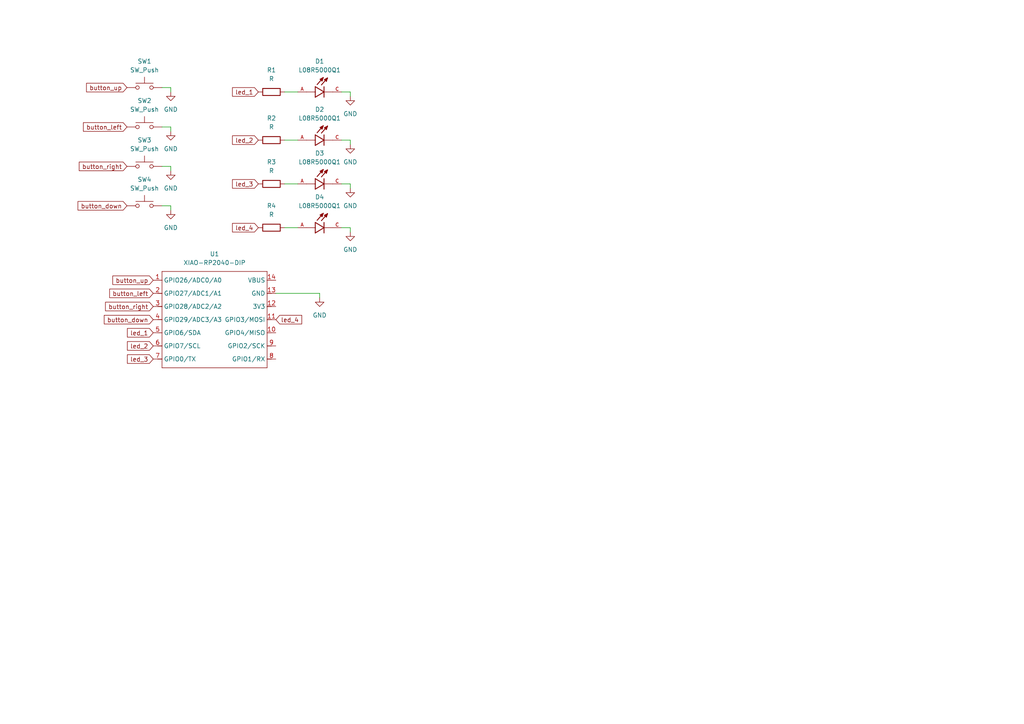
<source format=kicad_sch>
(kicad_sch (version 20250114) (generator "eeschema") (generator_version "9.0")
  (paper "A4")
  (lib_symbols
    (symbol "Device:R" (pin_numbers (hide yes)) (pin_names (offset 0))
      (property "Reference" "R" (at 2.032 0 90))
      (property "Value" "R" (at 0 0 90))
      (symbol "R_0_1"
        (rectangle (start -1.016 -2.54) (end 1.016 2.54) (stroke (width 0.254)))
      )
      (symbol "R_1_1"
        (pin passive line (at 0 3.81 270) (length 1.27) (name "~") (number "1"))
        (pin passive line (at 0 -3.81 90) (length 1.27) (name "~") (number "2"))
      )
    )
    (symbol "L08R5000Q1:L08R5000Q1" (pin_names (offset 1.016))
      (property "Reference" "D" (at -3.0988 4.4958 0))
      (property "Value" "L08R5000Q1" (at -3.556 -3.302 0))
      (symbol "L08R5000Q1_0_0"
        (polyline (pts (xy -2.54 1.524) (xy -2.54 0)) (stroke (width 0.254)))
        (polyline (pts (xy -2.54 0) (xy -5.08 0)) (stroke (width 0.1524)))
        (polyline (pts (xy -2.54 0) (xy -2.54 -1.524)) (stroke (width 0.254)))
        (polyline (pts (xy -2.54 -1.524) (xy 0 0)) (stroke (width 0.254)))
        (polyline (pts (xy -1.1176 3.683) (xy -0.2286 4.1656)) (stroke (width 0.254)))
        (polyline (pts (xy -0.9398 3.6068) (xy -0.7112 3.7592)) (stroke (width 0.254)))
        (polyline (pts (xy -0.5588 3.2004) (xy -1.1176 3.683)) (stroke (width 0.254)))
        (polyline (pts (xy -0.5588 3.2004) (xy -0.5334 3.937)) (stroke (width 0.254)))
        (polyline (pts (xy -0.5334 3.937) (xy -0.6604 3.937)) (stroke (width 0.254)))
        (polyline (pts (xy -0.2286 4.1656) (xy -2.0066 2.1336)) (stroke (width 0.254)))
        (polyline (pts (xy -0.2286 4.1656) (xy -0.5588 3.2004)) (stroke (width 0.254)))
        (polyline (pts (xy 0 1.524) (xy 0 0)) (stroke (width 0.254)))
        (polyline (pts (xy 0 0) (xy -2.54 1.524)) (stroke (width 0.254)))
        (polyline (pts (xy 0 0) (xy 0 -1.524)) (stroke (width 0.254)))
        (polyline (pts (xy 0.127 3.5814) (xy 1.016 4.064)) (stroke (width 0.254)))
        (polyline (pts (xy 0.3048 3.5052) (xy 0.5334 3.6576)) (stroke (width 0.254)))
        (polyline (pts (xy 0.6858 3.0988) (xy 0.127 3.5814)) (stroke (width 0.254)))
        (polyline (pts (xy 0.6858 3.0988) (xy 0.7112 3.8354)) (stroke (width 0.254)))
        (polyline (pts (xy 0.7112 3.8354) (xy 0.5842 3.8354)) (stroke (width 0.254)))
        (polyline (pts (xy 1.016 4.064) (xy -0.762 2.032)) (stroke (width 0.254)))
        (polyline (pts (xy 1.016 4.064) (xy 0.6858 3.0988)) (stroke (width 0.254)))
        (polyline (pts (xy 2.54 0) (xy 0 0)) (stroke (width 0.1524)))
        (pin passive line (at -7.62 0 0) (length 2.54) (name "~") (number "A"))
        (pin passive line (at 5.08 0 180) (length 2.54) (name "~") (number "C"))
      )
    )
    (symbol "Seeed_Studio_XIAO_Series:XIAO-RP2040-DIP"
      (property "Reference" "U" (at 0 0 0))
      (property "Value" "XIAO-RP2040-DIP" (at 5.334 -1.778 0))
      (symbol "XIAO-RP2040-DIP_1_0"
        (polyline (pts (xy -1.27 -2.54) (xy 29.21 -2.54)) (stroke (width 0.1524)))
        (polyline (pts (xy -1.27 -5.08) (xy -2.54 -5.08)) (stroke (width 0.1524)))
        (polyline (pts (xy -1.27 -5.08) (xy -1.27 -2.54)) (stroke (width 0.1524)))
        (polyline (pts (xy -1.27 -8.89) (xy -2.54 -8.89)) (stroke (width 0.1524)))
        (polyline (pts (xy -1.27 -8.89) (xy -1.27 -5.08)) (stroke (width 0.1524)))
        (polyline (pts (xy -1.27 -12.7) (xy -2.54 -12.7)) (stroke (width 0.1524)))
        (polyline (pts (xy -1.27 -12.7) (xy -1.27 -8.89)) (stroke (width 0.1524)))
        (polyline (pts (xy -1.27 -16.51) (xy -2.54 -16.51)) (stroke (width 0.1524)))
        (polyline (pts (xy -1.27 -16.51) (xy -1.27 -12.7)) (stroke (width 0.1524)))
        (polyline (pts (xy -1.27 -20.32) (xy -2.54 -20.32)) (stroke (width 0.1524)))
        (polyline (pts (xy -1.27 -24.13) (xy -2.54 -24.13)) (stroke (width 0.1524)))
        (polyline (pts (xy -1.27 -27.94) (xy -2.54 -27.94)) (stroke (width 0.1524)))
        (polyline (pts (xy -1.27 -30.48) (xy -1.27 -16.51)) (stroke (width 0.1524)))
        (polyline (pts (xy 29.21 -2.54) (xy 29.21 -5.08)) (stroke (width 0.1524)))
        (polyline (pts (xy 29.21 -5.08) (xy 29.21 -8.89)) (stroke (width 0.1524)))
        (polyline (pts (xy 29.21 -8.89) (xy 29.21 -12.7)) (stroke (width 0.1524)))
        (polyline (pts (xy 29.21 -12.7) (xy 29.21 -30.48)) (stroke (width 0.1524)))
        (polyline (pts (xy 29.21 -30.48) (xy -1.27 -30.48)) (stroke (width 0.1524)))
        (polyline (pts (xy 30.48 -5.08) (xy 29.21 -5.08)) (stroke (width 0.1524)))
        (polyline (pts (xy 30.48 -8.89) (xy 29.21 -8.89)) (stroke (width 0.1524)))
        (polyline (pts (xy 30.48 -12.7) (xy 29.21 -12.7)) (stroke (width 0.1524)))
        (polyline (pts (xy 30.48 -16.51) (xy 29.21 -16.51)) (stroke (width 0.1524)))
        (polyline (pts (xy 30.48 -20.32) (xy 29.21 -20.32)) (stroke (width 0.1524)))
        (polyline (pts (xy 30.48 -24.13) (xy 29.21 -24.13)) (stroke (width 0.1524)))
        (polyline (pts (xy 30.48 -27.94) (xy 29.21 -27.94)) (stroke (width 0.1524)))
        (pin passive line (at -3.81 -5.08 0) (length 2.54) (name "GPIO26/ADC0/A0") (number "1"))
        (pin passive line (at -3.81 -8.89 0) (length 2.54) (name "GPIO27/ADC1/A1") (number "2"))
        (pin passive line (at -3.81 -12.7 0) (length 2.54) (name "GPIO28/ADC2/A2") (number "3"))
        (pin passive line (at -3.81 -16.51 0) (length 2.54) (name "GPIO29/ADC3/A3") (number "4"))
        (pin passive line (at -3.81 -20.32 0) (length 2.54) (name "GPIO6/SDA") (number "5"))
        (pin passive line (at -3.81 -24.13 0) (length 2.54) (name "GPIO7/SCL") (number "6"))
        (pin passive line (at -3.81 -27.94 0) (length 2.54) (name "GPIO0/TX") (number "7"))
        (pin passive line (at 31.75 -5.08 180) (length 2.54) (name "VBUS") (number "14"))
        (pin passive line (at 31.75 -8.89 180) (length 2.54) (name "GND") (number "13"))
        (pin passive line (at 31.75 -12.7 180) (length 2.54) (name "3V3") (number "12"))
        (pin passive line (at 31.75 -16.51 180) (length 2.54) (name "GPIO3/MOSI") (number "11"))
        (pin passive line (at 31.75 -20.32 180) (length 2.54) (name "GPIO4/MISO") (number "10"))
        (pin passive line (at 31.75 -24.13 180) (length 2.54) (name "GPIO2/SCK") (number "9"))
        (pin passive line (at 31.75 -27.94 180) (length 2.54) (name "GPIO1/RX") (number "8"))
      )
    )
    (symbol "Switch:SW_Push" (pin_numbers (hide yes)) (pin_names (offset 1.016) (hide yes))
      (property "Reference" "SW" (at 1.27 2.54 0))
      (property "Value" "SW_Push" (at 0 -1.524 0))
      (symbol "SW_Push_0_1"
        (circle (center -2.032 0) (radius 0.508))
        (polyline (pts (xy 0 1.27) (xy 0 3.048)))
        (circle (center 2.032 0) (radius 0.508))
        (polyline (pts (xy 2.54 1.27) (xy -2.54 1.27)))
        (pin passive line (at -5.08 0 0) (length 2.54) (name "1") (number "1"))
        (pin passive line (at 5.08 0 180) (length 2.54) (name "2") (number "2"))
      )
    )
    (symbol "power:GND" (power) (pin_numbers (hide yes)) (pin_names (offset 0) (hide yes))
      (property "Value" "GND" (at 0 -3.81 0))
      (symbol "GND_0_1"
        (polyline (pts (xy 0 0) (xy 0 -1.27) (xy 1.27 -1.27) (xy 0 -2.54) (xy -1.27 -1.27) (xy 0 -1.27)))
      )
      (symbol "GND_1_1"
        (pin power_in line (at 0 0 270) (length 0) (name "~") (number "1"))
      )
    )
  )
  (wire (pts (xy 92.71 85.09) (xy 92.71 86.36)))
  (wire (pts (xy 82.55 26.67) (xy 86.36 26.67)))
  (wire (pts (xy 80.01 85.09) (xy 92.71 85.09)))
  (wire (pts (xy 49.53 25.4) (xy 46.99 25.4)))
  (wire (pts (xy 82.55 40.64) (xy 86.36 40.64)))
  (wire (pts (xy 49.53 38.1) (xy 49.53 36.83)))
  (wire (pts (xy 82.55 53.34) (xy 86.36 53.34)))
  (wire (pts (xy 49.53 59.69) (xy 49.53 60.96)))
  (wire (pts (xy 101.6 53.34) (xy 101.6 54.61)))
  (wire (pts (xy 101.6 66.04) (xy 101.6 67.31)))
  (wire (pts (xy 82.55 66.04) (xy 86.36 66.04)))
  (wire (pts (xy 46.99 59.69) (xy 49.53 59.69)))
  (wire (pts (xy 101.6 40.64) (xy 101.6 41.91)))
  (wire (pts (xy 101.6 26.67) (xy 99.06 26.67)))
  (wire (pts (xy 49.53 26.67) (xy 49.53 25.4)))
  (wire (pts (xy 46.99 48.26) (xy 49.53 48.26)))
  (wire (pts (xy 99.06 53.34) (xy 101.6 53.34)))
  (wire (pts (xy 49.53 48.26) (xy 49.53 49.53)))
  (wire (pts (xy 101.6 27.94) (xy 101.6 26.67)))
  (wire (pts (xy 99.06 40.64) (xy 101.6 40.64)))
  (wire (pts (xy 99.06 66.04) (xy 101.6 66.04)))
  (wire (pts (xy 49.53 36.83) (xy 46.99 36.83)))
  (global_label "led_1" (shape input) (at 74.93 26.67 180) (property "Intersheetrefs" "${INTERSHEET_REFS}" (effects (hide yes))))
  (global_label "button_down" (shape input) (at 36.83 59.69 180) (property "Intersheetrefs" "${INTERSHEET_REFS}" (effects (hide yes))))
  (global_label "led_4" (shape input) (at 74.93 66.04 180) (property "Intersheetrefs" "${INTERSHEET_REFS}" (effects (hide yes))))
  (global_label "button_right" (shape input) (at 44.45 88.9 180) (property "Intersheetrefs" "${INTERSHEET_REFS}" (effects (hide yes))))
  (global_label "button_down" (shape input) (at 44.45 92.71 180) (property "Intersheetrefs" "${INTERSHEET_REFS}" (effects (hide yes))))
  (global_label "led_3" (shape input) (at 44.45 104.14 180) (property "Intersheetrefs" "${INTERSHEET_REFS}" (effects (hide yes))))
  (global_label "led_2" (shape input) (at 74.93 40.64 180) (property "Intersheetrefs" "${INTERSHEET_REFS}" (effects (hide yes))))
  (global_label "led_4" (shape input) (at 80.01 92.71 0) (property "Intersheetrefs" "${INTERSHEET_REFS}" (effects (hide yes))))
  (global_label "led_3" (shape input) (at 74.93 53.34 180) (property "Intersheetrefs" "${INTERSHEET_REFS}" (effects (hide yes))))
  (global_label "button_up" (shape input) (at 44.45 81.28 180) (property "Intersheetrefs" "${INTERSHEET_REFS}" (effects (hide yes))))
  (global_label "button_up" (shape input) (at 36.83 25.4 180) (property "Intersheetrefs" "${INTERSHEET_REFS}" (effects (hide yes))))
  (global_label "led_1" (shape input) (at 44.45 96.52 180) (property "Intersheetrefs" "${INTERSHEET_REFS}" (effects (hide yes))))
  (global_label "button_left" (shape input) (at 44.45 85.09 180) (property "Intersheetrefs" "${INTERSHEET_REFS}" (effects (hide yes))))
  (global_label "led_2" (shape input) (at 44.45 100.33 180) (property "Intersheetrefs" "${INTERSHEET_REFS}" (effects (hide yes))))
  (global_label "button_left" (shape input) (at 36.83 36.83 180) (property "Intersheetrefs" "${INTERSHEET_REFS}" (effects (hide yes))))
  (global_label "button_right" (shape input) (at 36.83 48.26 180) (property "Intersheetrefs" "${INTERSHEET_REFS}" (effects (hide yes))))
  (symbol (lib_id "power:GND") (at 49.53 38.1 0) (unit 1)
    (property "Reference" "#PWR02" (effects (hide yes)))
    (property "Value" "GND" (at 49.53 43.18 0))
    (property "Description" "Power symbol creates a global label with name \"GND\" , ground" (effects (hide yes)))
  )
  (symbol (lib_id "L08R5000Q1:L08R5000Q1") (at 93.98 53.34 0) (unit 1)
    (property "Reference" "D3" (at 92.71 44.45 0))
    (property "Value" "L08R5000Q1" (at 92.71 46.99 0))
    (property "Footprint" "L08R5000Q1:LEDRD254W57D500H1070" (effects (hide yes)))
    (property "MF" "LED Technology" (effects (hide yes)))
    (property "MAXIMUM_PACKAGE_HEIGHT" "10.7mm" (effects (hide yes)))
    (property "Package" "None" (effects (hide yes)))
    (property "Price" "None" (effects (hide yes)))
    (property "Check_prices" "https://www.snapeda.com/parts/L08R5000Q1/LED+Technology/view-part/?ref=eda" (effects (hide yes)))
    (property "STANDARD" "IPC-7351B" (effects (hide yes)))
    (property "PARTREV" "NA" (effects (hide yes)))
    (property "SnapEDA_Link" "https://www.snapeda.com/parts/L08R5000Q1/LED+Technology/view-part/?ref=snap" (effects (hide yes)))
    (property "MP" "L08R5000Q1" (effects (hide yes)))
    (property "Description_1" "LED, 5MM, ORANGE; LED / Lamp Size: 5mm / T-1 3/4; LED Colour: Orange; Typ Luminous Intensity: 4.3mcd; Viewing Angle: ..." (effects (hide yes)))
    (property "Availability" "Not in stock" (effects (hide yes)))
    (property "MANUFACTURER" "LED TECHNOLOGY" (effects (hide yes)))
  )
  (symbol (lib_id "power:GND") (at 49.53 60.96 0) (unit 1)
    (property "Reference" "#PWR04" (effects (hide yes)))
    (property "Value" "GND" (at 49.53 66.04 0))
    (property "Description" "Power symbol creates a global label with name \"GND\" , ground" (effects (hide yes)))
  )
  (symbol (lib_id "L08R5000Q1:L08R5000Q1") (at 93.98 26.67 0) (unit 1)
    (property "Reference" "D1" (at 92.71 17.78 0))
    (property "Value" "L08R5000Q1" (at 92.71 20.32 0))
    (property "Footprint" "L08R5000Q1:LEDRD254W57D500H1070" (effects (hide yes)))
    (property "MF" "LED Technology" (effects (hide yes)))
    (property "MAXIMUM_PACKAGE_HEIGHT" "10.7mm" (effects (hide yes)))
    (property "Package" "None" (effects (hide yes)))
    (property "Price" "None" (effects (hide yes)))
    (property "Check_prices" "https://www.snapeda.com/parts/L08R5000Q1/LED+Technology/view-part/?ref=eda" (effects (hide yes)))
    (property "STANDARD" "IPC-7351B" (effects (hide yes)))
    (property "PARTREV" "NA" (effects (hide yes)))
    (property "SnapEDA_Link" "https://www.snapeda.com/parts/L08R5000Q1/LED+Technology/view-part/?ref=snap" (effects (hide yes)))
    (property "MP" "L08R5000Q1" (effects (hide yes)))
    (property "Description_1" "LED, 5MM, ORANGE; LED / Lamp Size: 5mm / T-1 3/4; LED Colour: Orange; Typ Luminous Intensity: 4.3mcd; Viewing Angle: ..." (effects (hide yes)))
    (property "Availability" "Not in stock" (effects (hide yes)))
    (property "MANUFACTURER" "LED TECHNOLOGY" (effects (hide yes)))
  )
  (symbol (lib_id "power:GND") (at 101.6 54.61 0) (unit 1)
    (property "Reference" "#PWR06" (effects (hide yes)))
    (property "Value" "GND" (at 101.6 59.69 0))
    (property "Description" "Power symbol creates a global label with name \"GND\" , ground" (effects (hide yes)))
  )
  (symbol (lib_id "power:GND") (at 92.71 86.36 0) (unit 1)
    (property "Reference" "#PWR09" (effects (hide yes)))
    (property "Value" "GND" (at 92.71 91.44 0))
    (property "Description" "Power symbol creates a global label with name \"GND\" , ground" (effects (hide yes)))
  )
  (symbol (lib_id "Switch:SW_Push") (at 41.91 59.69 0) (unit 1)
    (property "Reference" "SW4" (at 41.91 52.07 0))
    (property "Value" "SW_Push" (at 41.91 54.61 0))
    (property "Footprint" "Button_Switch_Keyboard:SW_Cherry_MX_1.00u_PCB" (effects (hide yes)))
    (property "Description" "Push button switch, generic, two pins" (effects (hide yes)))
  )
  (symbol (lib_id "Device:R") (at 78.74 66.04 90) (unit 1)
    (property "Reference" "R4" (at 78.74 59.69 90))
    (property "Value" "R" (at 78.74 62.23 90))
    (property "Footprint" "Resistor_THT:R_Axial_DIN0204_L3.6mm_D1.6mm_P5.08mm_Horizontal" (effects (hide yes)))
    (property "Description" "Resistor" (effects (hide yes)))
  )
  (symbol (lib_id "L08R5000Q1:L08R5000Q1") (at 93.98 66.04 0) (unit 1)
    (property "Reference" "D4" (at 92.71 57.15 0))
    (property "Value" "L08R5000Q1" (at 92.71 59.69 0))
    (property "Footprint" "L08R5000Q1:LEDRD254W57D500H1070" (effects (hide yes)))
    (property "MF" "LED Technology" (effects (hide yes)))
    (property "MAXIMUM_PACKAGE_HEIGHT" "10.7mm" (effects (hide yes)))
    (property "Package" "None" (effects (hide yes)))
    (property "Price" "None" (effects (hide yes)))
    (property "Check_prices" "https://www.snapeda.com/parts/L08R5000Q1/LED+Technology/view-part/?ref=eda" (effects (hide yes)))
    (property "STANDARD" "IPC-7351B" (effects (hide yes)))
    (property "PARTREV" "NA" (effects (hide yes)))
    (property "SnapEDA_Link" "https://www.snapeda.com/parts/L08R5000Q1/LED+Technology/view-part/?ref=snap" (effects (hide yes)))
    (property "MP" "L08R5000Q1" (effects (hide yes)))
    (property "Description_1" "LED, 5MM, ORANGE; LED / Lamp Size: 5mm / T-1 3/4; LED Colour: Orange; Typ Luminous Intensity: 4.3mcd; Viewing Angle: ..." (effects (hide yes)))
    (property "Availability" "Not in stock" (effects (hide yes)))
    (property "MANUFACTURER" "LED TECHNOLOGY" (effects (hide yes)))
  )
  (symbol (lib_id "Seeed_Studio_XIAO_Series:XIAO-RP2040-DIP") (at 48.26 76.2 0) (unit 1)
    (property "Reference" "U1" (at 62.23 73.66 0))
    (property "Value" "XIAO-RP2040-DIP" (at 62.23 76.2 0))
    (property "Footprint" "XIAO_SeeedRP2040:XIAO-RP2040-DIP" (effects (hide yes)))
  )
  (symbol (lib_id "power:GND") (at 101.6 67.31 0) (unit 1)
    (property "Reference" "#PWR05" (effects (hide yes)))
    (property "Value" "GND" (at 101.6 72.39 0))
    (property "Description" "Power symbol creates a global label with name \"GND\" , ground" (effects (hide yes)))
  )
  (symbol (lib_id "Switch:SW_Push") (at 41.91 25.4 0) (unit 1)
    (property "Reference" "SW1" (at 41.91 17.78 0))
    (property "Value" "SW_Push" (at 41.91 20.32 0))
    (property "Footprint" "Button_Switch_Keyboard:SW_Cherry_MX_1.00u_PCB" (effects (hide yes)))
    (property "Description" "Push button switch, generic, two pins" (effects (hide yes)))
  )
  (symbol (lib_id "L08R5000Q1:L08R5000Q1") (at 93.98 40.64 0) (unit 1)
    (property "Reference" "D2" (at 92.71 31.75 0))
    (property "Value" "L08R5000Q1" (at 92.71 34.29 0))
    (property "Footprint" "L08R5000Q1:LEDRD254W57D500H1070" (effects (hide yes)))
    (property "MF" "LED Technology" (effects (hide yes)))
    (property "MAXIMUM_PACKAGE_HEIGHT" "10.7mm" (effects (hide yes)))
    (property "Package" "None" (effects (hide yes)))
    (property "Price" "None" (effects (hide yes)))
    (property "Check_prices" "https://www.snapeda.com/parts/L08R5000Q1/LED+Technology/view-part/?ref=eda" (effects (hide yes)))
    (property "STANDARD" "IPC-7351B" (effects (hide yes)))
    (property "PARTREV" "NA" (effects (hide yes)))
    (property "SnapEDA_Link" "https://www.snapeda.com/parts/L08R5000Q1/LED+Technology/view-part/?ref=snap" (effects (hide yes)))
    (property "MP" "L08R5000Q1" (effects (hide yes)))
    (property "Description_1" "LED, 5MM, ORANGE; LED / Lamp Size: 5mm / T-1 3/4; LED Colour: Orange; Typ Luminous Intensity: 4.3mcd; Viewing Angle: ..." (effects (hide yes)))
    (property "Availability" "Not in stock" (effects (hide yes)))
    (property "MANUFACTURER" "LED TECHNOLOGY" (effects (hide yes)))
  )
  (symbol (lib_id "power:GND") (at 101.6 41.91 0) (unit 1)
    (property "Reference" "#PWR07" (effects (hide yes)))
    (property "Value" "GND" (at 101.6 46.99 0))
    (property "Description" "Power symbol creates a global label with name \"GND\" , ground" (effects (hide yes)))
  )
  (symbol (lib_id "Device:R") (at 78.74 53.34 90) (unit 1)
    (property "Reference" "R3" (at 78.74 46.99 90))
    (property "Value" "R" (at 78.74 49.53 90))
    (property "Footprint" "Resistor_THT:R_Axial_DIN0204_L3.6mm_D1.6mm_P5.08mm_Horizontal" (effects (hide yes)))
    (property "Description" "Resistor" (effects (hide yes)))
  )
  (symbol (lib_id "Switch:SW_Push") (at 41.91 36.83 0) (unit 1)
    (property "Reference" "SW2" (at 41.91 29.21 0))
    (property "Value" "SW_Push" (at 41.91 31.75 0))
    (property "Footprint" "Button_Switch_Keyboard:SW_Cherry_MX_1.00u_PCB" (effects (hide yes)))
    (property "Description" "Push button switch, generic, two pins" (effects (hide yes)))
  )
  (symbol (lib_id "power:GND") (at 49.53 49.53 0) (unit 1)
    (property "Reference" "#PWR03" (effects (hide yes)))
    (property "Value" "GND" (at 49.53 54.61 0))
    (property "Description" "Power symbol creates a global label with name \"GND\" , ground" (effects (hide yes)))
  )
  (symbol (lib_id "power:GND") (at 49.53 26.67 0) (unit 1)
    (property "Reference" "#PWR01" (effects (hide yes)))
    (property "Value" "GND" (at 49.53 31.75 0))
    (property "Description" "Power symbol creates a global label with name \"GND\" , ground" (effects (hide yes)))
  )
  (symbol (lib_id "Device:R") (at 78.74 40.64 90) (unit 1)
    (property "Reference" "R2" (at 78.74 34.29 90))
    (property "Value" "R" (at 78.74 36.83 90))
    (property "Footprint" "Resistor_THT:R_Axial_DIN0204_L3.6mm_D1.6mm_P5.08mm_Horizontal" (effects (hide yes)))
    (property "Description" "Resistor" (effects (hide yes)))
  )
  (symbol (lib_id "Switch:SW_Push") (at 41.91 48.26 0) (unit 1)
    (property "Reference" "SW3" (at 41.91 40.64 0))
    (property "Value" "SW_Push" (at 41.91 43.18 0))
    (property "Footprint" "Button_Switch_Keyboard:SW_Cherry_MX_1.00u_PCB" (effects (hide yes)))
    (property "Description" "Push button switch, generic, two pins" (effects (hide yes)))
  )
  (symbol (lib_id "power:GND") (at 101.6 27.94 0) (unit 1)
    (property "Reference" "#PWR08" (effects (hide yes)))
    (property "Value" "GND" (at 101.6 33.02 0))
    (property "Description" "Power symbol creates a global label with name \"GND\" , ground" (effects (hide yes)))
  )
  (symbol (lib_id "Device:R") (at 78.74 26.67 90) (unit 1)
    (property "Reference" "R1" (at 78.74 20.32 90))
    (property "Value" "R" (at 78.74 22.86 90))
    (property "Footprint" "Resistor_THT:R_Axial_DIN0204_L3.6mm_D1.6mm_P5.08mm_Horizontal" (effects (hide yes)))
    (property "Description" "Resistor" (effects (hide yes)))
  )
)
</source>
